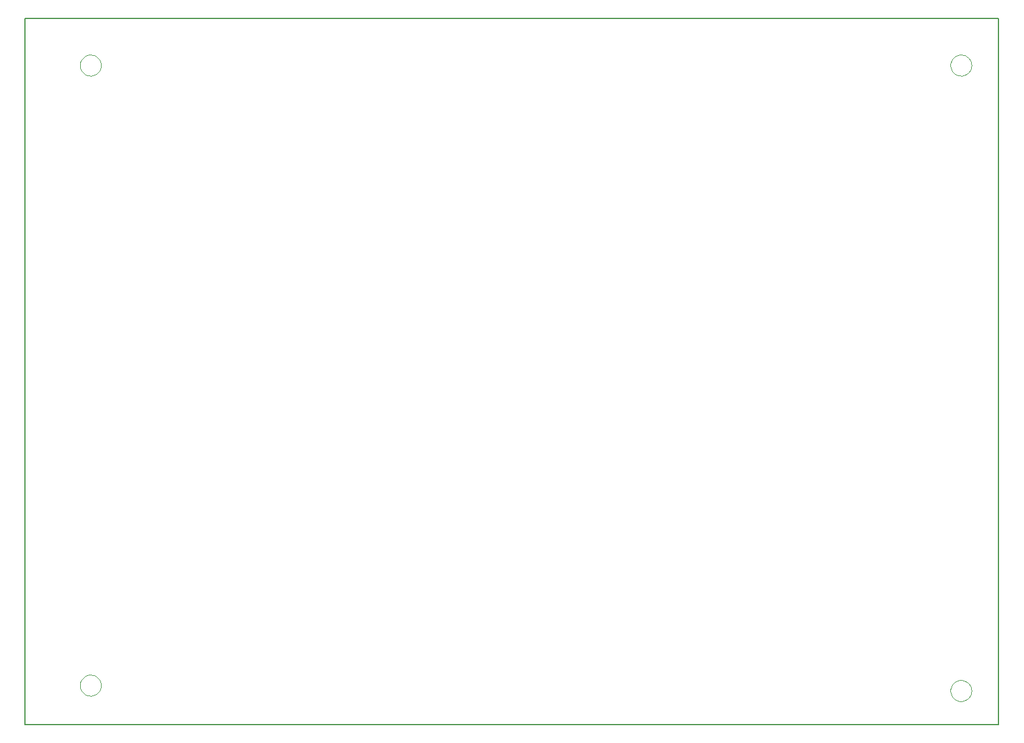
<source format=gko>
G04*
G04 #@! TF.GenerationSoftware,Altium Limited,Altium Designer,20.0.1 (14)*
G04*
G04 Layer_Color=16711935*
%FSLAX25Y25*%
%MOIN*%
G70*
G01*
G75*
%ADD11C,0.00787*%
%ADD132C,0.00200*%
D11*
X0Y-0D02*
Y396417D01*
X546417Y396417D01*
X546417Y-0D02*
X546417Y396417D01*
X0Y-0D02*
X546417D01*
D132*
X531146Y370035D02*
X531061Y371034D01*
X530808Y372003D01*
X530396Y372916D01*
X529835Y373745D01*
X529142Y374468D01*
X528336Y375064D01*
X527442Y375515D01*
X526484Y375808D01*
X525491Y375936D01*
X524490Y375893D01*
X523511Y375682D01*
X522581Y375309D01*
X521729Y374783D01*
X520977Y374122D01*
X520347Y373342D01*
X519859Y372468D01*
X519525Y371523D01*
X519356Y370536D01*
Y369535D01*
X519525Y368547D01*
X519859Y367603D01*
X520347Y366728D01*
X520977Y365949D01*
X521729Y365287D01*
X522581Y364762D01*
X523511Y364389D01*
X524490Y364178D01*
X525491Y364135D01*
X526484Y364263D01*
X527442Y364556D01*
X528336Y365007D01*
X529142Y365602D01*
X529835Y366325D01*
X530396Y367155D01*
X530808Y368068D01*
X531061Y369037D01*
X531146Y370035D01*
X531146Y19012D02*
X531061Y20010D01*
X530808Y20979D01*
X530396Y21892D01*
X529835Y22722D01*
X529142Y23445D01*
X528336Y24040D01*
X527442Y24491D01*
X526484Y24785D01*
X525491Y24912D01*
X524490Y24870D01*
X523511Y24658D01*
X522581Y24285D01*
X521729Y23760D01*
X520977Y23098D01*
X520347Y22319D01*
X519859Y21444D01*
X519525Y20500D01*
X519356Y19513D01*
Y18511D01*
X519525Y17524D01*
X519859Y16579D01*
X520347Y15705D01*
X520977Y14926D01*
X521729Y14264D01*
X522581Y13739D01*
X523511Y13365D01*
X524490Y13154D01*
X525491Y13112D01*
X526484Y13239D01*
X527442Y13532D01*
X528336Y13983D01*
X529142Y14579D01*
X529835Y15302D01*
X530396Y16132D01*
X530808Y17044D01*
X531061Y18014D01*
X531146Y19012D01*
X42642Y22043D02*
X42557Y23041D01*
X42304Y24011D01*
X41892Y24923D01*
X41331Y25753D01*
X40638Y26476D01*
X39832Y27072D01*
X38938Y27523D01*
X37980Y27816D01*
X36987Y27944D01*
X35986Y27901D01*
X35007Y27690D01*
X34078Y27316D01*
X33225Y26791D01*
X32473Y26130D01*
X31844Y25350D01*
X31355Y24476D01*
X31021Y23531D01*
X30852Y22544D01*
Y21542D01*
X31021Y20555D01*
X31355Y19611D01*
X31844Y18736D01*
X32473Y17957D01*
X33225Y17295D01*
X34078Y16770D01*
X35007Y16397D01*
X35986Y16186D01*
X36987Y16143D01*
X37980Y16270D01*
X38938Y16564D01*
X39832Y17015D01*
X40638Y17610D01*
X41331Y18333D01*
X41892Y19163D01*
X42304Y20076D01*
X42557Y21045D01*
X42642Y22043D01*
Y370035D02*
X42557Y371034D01*
X42304Y372003D01*
X41892Y372916D01*
X41331Y373745D01*
X40638Y374468D01*
X39832Y375064D01*
X38938Y375515D01*
X37980Y375808D01*
X36987Y375936D01*
X35986Y375893D01*
X35007Y375682D01*
X34078Y375309D01*
X33225Y374783D01*
X32473Y374122D01*
X31844Y373342D01*
X31355Y372468D01*
X31021Y371523D01*
X30852Y370536D01*
Y369535D01*
X31021Y368547D01*
X31355Y367603D01*
X31844Y366728D01*
X32473Y365949D01*
X33225Y365287D01*
X34078Y364762D01*
X35007Y364389D01*
X35986Y364178D01*
X36987Y364135D01*
X37980Y364263D01*
X38938Y364556D01*
X39832Y365007D01*
X40638Y365602D01*
X41331Y366325D01*
X41892Y367155D01*
X42304Y368068D01*
X42557Y369037D01*
X42642Y370035D01*
M02*

</source>
